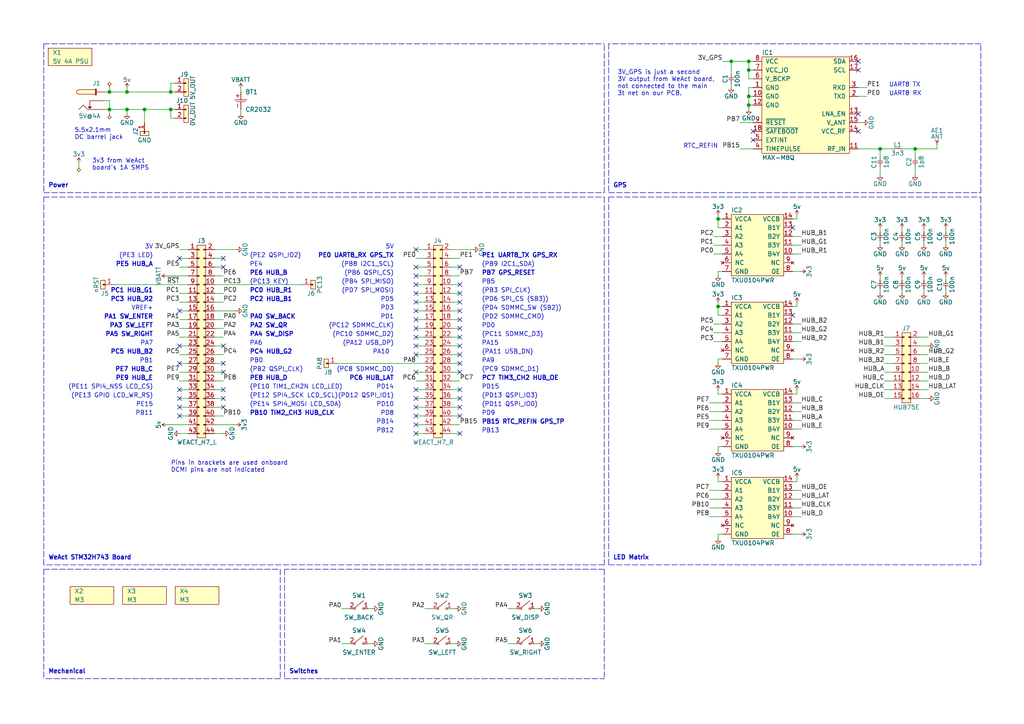
<source format=kicad_sch>
(kicad_sch (version 20230121) (generator eeschema)
  (paper "A4")
  (title_block (title "WalkClock") (date "2021-11-02") (rev "1"))
  (bus_alias "HUB75E" (members "R1" "G1" "B1" "R2" "G2" "B2" "A" "B" "C" "D" "E" "CLK" "LAT" "OE"))
  (junction (at 217.17 27.94) (diameter 0.9144))
  (junction (at 36.83 31.75) (diameter 0.9144))
  (junction (at 217.17 30.48) (diameter 0.9144))
  (junction (at 255.27 43.18) (diameter 0.9144))
  (junction (at 217.17 17.78) (diameter 0.9144))
  (junction (at 265.43 43.18) (diameter 0.9144))
  (junction (at 36.83 26.67) (diameter 0.9144))
  (junction (at 217.17 20.32) (diameter 0.9144))
  (junction (at 208.28 63.5) (diameter 0.9144))
  (junction (at 41.91 31.75) (diameter 0.9144))
  (junction (at 31.75 31.75) (diameter 0.9144))
  (junction (at 212.09 17.78))
  (junction (at 49.53 26.67) (diameter 0.9144))
  (junction (at 49.53 31.75) (diameter 0.9144))
  (junction (at 31.75 26.67) (diameter 0.9144))
  (junction (at 208.28 88.9) (diameter 0.9144))
  (no_connect (at 133.35 97.79))
  (no_connect (at 52.07 105.41))
  (no_connect (at 64.77 100.33))
  (no_connect (at 120.65 85.09))
  (no_connect (at 133.35 113.03))
  (no_connect (at 133.35 115.57))
  (no_connect (at 52.07 120.65))
  (no_connect (at 133.35 105.41))
  (no_connect (at 120.65 87.63))
  (no_connect (at 229.87 66.04))
  (no_connect (at 248.92 17.78))
  (no_connect (at 218.44 40.64))
  (no_connect (at 120.65 72.39))
  (no_connect (at 120.65 82.55))
  (no_connect (at 248.92 20.32))
  (no_connect (at 52.07 90.17))
  (no_connect (at 64.77 113.03))
  (no_connect (at 120.65 97.79))
  (no_connect (at 120.65 125.73))
  (no_connect (at 248.92 38.1))
  (no_connect (at 120.65 123.19))
  (no_connect (at 120.65 92.71))
  (no_connect (at 52.07 100.33))
  (no_connect (at 133.35 90.17))
  (no_connect (at 64.77 77.47))
  (no_connect (at 248.92 33.02))
  (no_connect (at 133.35 125.73))
  (no_connect (at 218.44 38.1))
  (no_connect (at 64.77 105.41))
  (no_connect (at 64.77 118.11))
  (no_connect (at 133.35 87.63))
  (no_connect (at 52.07 115.57))
  (no_connect (at 133.35 95.25))
  (no_connect (at 64.77 115.57))
  (no_connect (at 52.07 113.03))
  (no_connect (at 133.35 92.71))
  (no_connect (at 133.35 100.33))
  (no_connect (at 120.65 120.65))
  (no_connect (at 120.65 107.95))
  (no_connect (at 133.35 82.55))
  (no_connect (at 120.65 102.87))
  (no_connect (at 133.35 118.11))
  (no_connect (at 120.65 80.01))
  (no_connect (at 133.35 120.65))
  (no_connect (at 133.35 102.87))
  (no_connect (at 133.35 77.47))
  (no_connect (at 120.65 113.03))
  (no_connect (at 120.65 90.17))
  (no_connect (at 64.77 107.95))
  (no_connect (at 64.77 74.93))
  (no_connect (at 133.35 107.95))
  (no_connect (at 120.65 95.25))
  (no_connect (at 120.65 115.57))
  (no_connect (at 133.35 85.09))
  (no_connect (at 120.65 118.11))
  (no_connect (at 229.87 91.44))
  (no_connect (at 120.65 77.47))
  (no_connect (at 52.07 118.11))
  (no_connect (at 120.65 100.33))
  (no_connect (at 52.07 74.93))
  (wire (pts (xy 229.87 78.74) (xy 232.41 78.74)))
  (wire (pts (xy 205.74 142.24) (xy 209.55 142.24)))
  (wire (pts (xy 52.07 105.41) (xy 54.61 105.41)))
  (wire (pts (xy 120.65 110.49) (xy 123.19 110.49)))
  (wire (pts (xy 52.07 110.49) (xy 54.61 110.49)))
  (wire (pts (xy 256.54 97.79) (xy 259.08 97.79)))
  (wire (pts (xy 229.87 96.52) (xy 232.41 96.52)))
  (wire (pts (xy 214.63 35.56) (xy 218.44 35.56)))
  (wire (pts (xy 106.68 186.69) (xy 107.95 186.69)))
  (wire (pts (xy 48.26 123.19) (xy 54.61 123.19)))
  (wire (pts (xy 130.81 110.49) (xy 133.35 110.49)))
  (wire (pts (xy 248.92 43.18) (xy 255.27 43.18)))
  (wire (pts (xy 255.27 43.18) (xy 259.08 43.18)))
  (wire (pts (xy 229.87 144.78) (xy 232.41 144.78)))
  (wire (pts (xy 229.87 119.38) (xy 232.41 119.38)))
  (wire (pts (xy 62.23 85.09) (xy 64.77 85.09)))
  (polyline (pts (xy 12.7 12.7) (xy 12.7 55.88)) (stroke (width 0) (type dash)))
  (polyline (pts (xy 12.7 12.7) (xy 175.26 12.7)) (stroke (width 0) (type dash)))
  (polyline (pts (xy 12.7 55.88) (xy 175.26 55.88)) (stroke (width 0) (type dash)))
  (polyline (pts (xy 175.26 55.88) (xy 175.26 12.7)) (stroke (width 0) (type dash)))
  (wire (pts (xy 256.54 115.57) (xy 259.08 115.57)))
  (wire (pts (xy 229.87 154.94) (xy 232.41 154.94)))
  (wire (pts (xy 256.54 105.41) (xy 259.08 105.41)))
  (wire (pts (xy 123.19 176.53) (xy 125.73 176.53)))
  (wire (pts (xy 265.43 48.26) (xy 265.43 50.8)))
  (wire (pts (xy 255.27 69.85) (xy 255.27 71.12)))
  (wire (pts (xy 130.81 125.73) (xy 133.35 125.73)))
  (wire (pts (xy 52.07 74.93) (xy 54.61 74.93)))
  (wire (pts (xy 52.07 125.73) (xy 54.61 125.73)))
  (wire (pts (xy 120.65 87.63) (xy 123.19 87.63)))
  (wire (pts (xy 207.01 71.12) (xy 209.55 71.12)))
  (wire (pts (xy 217.17 25.4) (xy 218.44 25.4)))
  (wire (pts (xy 217.17 27.94) (xy 217.17 25.4)))
  (wire (pts (xy 217.17 30.48) (xy 217.17 27.94)))
  (wire (pts (xy 217.17 31.75) (xy 217.17 30.48)))
  (wire (pts (xy 248.92 27.94) (xy 251.46 27.94)))
  (wire (pts (xy 52.07 102.87) (xy 54.61 102.87)))
  (wire (pts (xy 120.65 113.03) (xy 123.19 113.03)))
  (wire (pts (xy 120.65 102.87) (xy 123.19 102.87)))
  (wire (pts (xy 231.14 62.23) (xy 231.14 63.5)))
  (wire (pts (xy 231.14 63.5) (xy 229.87 63.5)))
  (wire (pts (xy 36.83 26.67) (xy 49.53 26.67)))
  (wire (pts (xy 49.53 26.67) (xy 50.8 26.67)))
  (wire (pts (xy 267.97 66.04) (xy 267.97 67.31)))
  (wire (pts (xy 120.65 85.09) (xy 123.19 85.09)))
  (wire (pts (xy 266.7 105.41) (xy 269.24 105.41)))
  (polyline (pts (xy 176.53 12.7) (xy 176.53 55.88)) (stroke (width 0) (type dash)))
  (polyline (pts (xy 284.48 55.88) (xy 284.48 12.7)) (stroke (width 0) (type dash)))
  (polyline (pts (xy 176.53 55.88) (xy 284.48 55.88)) (stroke (width 0) (type dash)))
  (polyline (pts (xy 284.48 12.7) (xy 176.53 12.7)) (stroke (width 0) (type dash)))
  (wire (pts (xy 62.23 92.71) (xy 64.77 92.71)))
  (wire (pts (xy 255.27 66.04) (xy 255.27 67.31)))
  (wire (pts (xy 229.87 68.58) (xy 232.41 68.58)))
  (wire (pts (xy 274.32 80.01) (xy 274.32 81.28)))
  (wire (pts (xy 62.23 95.25) (xy 64.77 95.25)))
  (wire (pts (xy 154.94 176.53) (xy 156.21 176.53)))
  (wire (pts (xy 62.23 77.47) (xy 64.77 77.47)))
  (wire (pts (xy 62.23 113.03) (xy 64.77 113.03)))
  (wire (pts (xy 207.01 68.58) (xy 209.55 68.58)))
  (wire (pts (xy 62.23 118.11) (xy 64.77 118.11)))
  (wire (pts (xy 256.54 102.87) (xy 259.08 102.87)))
  (wire (pts (xy 266.7 102.87) (xy 269.24 102.87)))
  (wire (pts (xy 62.23 107.95) (xy 64.77 107.95)))
  (wire (pts (xy 62.23 110.49) (xy 64.77 110.49)))
  (wire (pts (xy 62.23 74.93) (xy 64.77 74.93)))
  (wire (pts (xy 120.65 107.95) (xy 123.19 107.95)))
  (wire (pts (xy 120.65 118.11) (xy 123.19 118.11)))
  (wire (pts (xy 255.27 80.01) (xy 255.27 81.28)))
  (wire (pts (xy 208.28 87.63) (xy 208.28 88.9)))
  (wire (pts (xy 208.28 88.9) (xy 209.55 88.9)))
  (wire (pts (xy 229.87 147.32) (xy 232.41 147.32)))
  (wire (pts (xy 130.81 92.71) (xy 133.35 92.71)))
  (wire (pts (xy 52.07 100.33) (xy 54.61 100.33)))
  (wire (pts (xy 48.26 80.01) (xy 54.61 80.01)))
  (wire (pts (xy 52.07 95.25) (xy 54.61 95.25)))
  (wire (pts (xy 41.91 31.75) (xy 41.91 35.56)))
  (wire (pts (xy 36.83 31.75) (xy 41.91 31.75)))
  (wire (pts (xy 62.23 102.87) (xy 64.77 102.87)))
  (wire (pts (xy 255.27 48.26) (xy 255.27 50.8)))
  (wire (pts (xy 130.81 107.95) (xy 133.35 107.95)))
  (wire (pts (xy 266.7 110.49) (xy 269.24 110.49)))
  (wire (pts (xy 205.74 116.84) (xy 209.55 116.84)))
  (wire (pts (xy 120.65 82.55) (xy 123.19 82.55)))
  (wire (pts (xy 248.92 25.4) (xy 251.46 25.4)))
  (wire (pts (xy 36.83 26.67) (xy 36.83 25.4)))
  (wire (pts (xy 62.23 97.79) (xy 64.77 97.79)))
  (wire (pts (xy 120.65 74.93) (xy 123.19 74.93)))
  (wire (pts (xy 229.87 142.24) (xy 232.41 142.24)))
  (polyline (pts (xy 176.53 57.15) (xy 284.48 57.15)) (stroke (width 0) (type dash)))
  (polyline (pts (xy 284.48 57.15) (xy 284.48 163.83)) (stroke (width 0) (type dash)))
  (polyline (pts (xy 176.53 163.83) (xy 176.53 57.15)) (stroke (width 0) (type dash)))
  (polyline (pts (xy 176.53 163.83) (xy 284.48 163.83)) (stroke (width 0) (type dash)))
  (wire (pts (xy 120.65 115.57) (xy 123.19 115.57)))
  (wire (pts (xy 130.81 77.47) (xy 133.35 77.47)))
  (wire (pts (xy 120.65 95.25) (xy 123.19 95.25)))
  (wire (pts (xy 212.09 17.78) (xy 217.17 17.78)))
  (wire (pts (xy 208.28 104.14) (xy 209.55 104.14)))
  (wire (pts (xy 208.28 105.41) (xy 208.28 104.14)))
  (wire (pts (xy 120.65 120.65) (xy 123.19 120.65)))
  (wire (pts (xy 261.62 80.01) (xy 261.62 81.28)))
  (wire (pts (xy 97.79 105.41) (xy 123.19 105.41)))
  (wire (pts (xy 217.17 17.78) (xy 218.44 17.78)))
  (wire (pts (xy 62.23 90.17) (xy 68.58 90.17)))
  (wire (pts (xy 214.63 43.18) (xy 218.44 43.18)))
  (wire (pts (xy 130.81 90.17) (xy 133.35 90.17)))
  (wire (pts (xy 62.23 100.33) (xy 64.77 100.33)))
  (wire (pts (xy 120.65 97.79) (xy 123.19 97.79)))
  (wire (pts (xy 106.68 176.53) (xy 107.95 176.53)))
  (wire (pts (xy 147.32 186.69) (xy 149.86 186.69)))
  (wire (pts (xy 256.54 107.95) (xy 259.08 107.95)))
  (wire (pts (xy 130.81 80.01) (xy 133.35 80.01)))
  (wire (pts (xy 33.02 82.55) (xy 54.61 82.55)))
  (wire (pts (xy 266.7 107.95) (xy 269.24 107.95)))
  (wire (pts (xy 205.74 147.32) (xy 209.55 147.32)))
  (wire (pts (xy 120.65 80.01) (xy 123.19 80.01)))
  (wire (pts (xy 123.19 186.69) (xy 125.73 186.69)))
  (wire (pts (xy 52.07 97.79) (xy 54.61 97.79)))
  (wire (pts (xy 120.65 100.33) (xy 123.19 100.33)))
  (wire (pts (xy 205.74 119.38) (xy 209.55 119.38)))
  (wire (pts (xy 147.32 176.53) (xy 149.86 176.53)))
  (wire (pts (xy 99.06 186.69) (xy 101.6 186.69)))
  (wire (pts (xy 130.81 74.93) (xy 133.35 74.93)))
  (wire (pts (xy 52.07 113.03) (xy 54.61 113.03)))
  (wire (pts (xy 130.81 82.55) (xy 133.35 82.55)))
  (wire (pts (xy 248.92 35.56) (xy 250.19 35.56)))
  (wire (pts (xy 62.23 105.41) (xy 64.77 105.41)))
  (wire (pts (xy 52.07 85.09) (xy 54.61 85.09)))
  (wire (pts (xy 30.48 26.67) (xy 31.75 26.67)))
  (wire (pts (xy 31.75 26.67) (xy 36.83 26.67)))
  (wire (pts (xy 261.62 69.85) (xy 261.62 71.12)))
  (wire (pts (xy 271.78 41.91) (xy 271.78 43.18)))
  (wire (pts (xy 130.81 118.11) (xy 133.35 118.11)))
  (wire (pts (xy 130.81 113.03) (xy 133.35 113.03)))
  (wire (pts (xy 52.07 92.71) (xy 54.61 92.71)))
  (wire (pts (xy 62.23 123.19) (xy 68.58 123.19)))
  (wire (pts (xy 130.81 120.65) (xy 133.35 120.65)))
  (wire (pts (xy 231.14 138.43) (xy 231.14 139.7)))
  (wire (pts (xy 231.14 139.7) (xy 229.87 139.7)))
  (wire (pts (xy 255.27 83.82) (xy 255.27 85.09)))
  (polyline (pts (xy 12.7 57.15) (xy 175.26 57.15)) (stroke (width 0) (type dash)))
  (polyline (pts (xy 175.26 163.83) (xy 12.7 163.83)) (stroke (width 0) (type dash)))
  (polyline (pts (xy 175.26 57.15) (xy 175.26 163.83)) (stroke (width 0) (type dash)))
  (polyline (pts (xy 12.7 163.83) (xy 12.7 57.15)) (stroke (width 0) (type dash)))
  (wire (pts (xy 52.07 107.95) (xy 54.61 107.95)))
  (wire (pts (xy 120.65 90.17) (xy 123.19 90.17)))
  (wire (pts (xy 266.7 100.33) (xy 269.24 100.33)))
  (wire (pts (xy 274.32 69.85) (xy 274.32 71.12)))
  (wire (pts (xy 130.81 97.79) (xy 133.35 97.79)))
  (wire (pts (xy 212.09 24.13) (xy 212.09 25.4)))
  (wire (pts (xy 62.23 125.73) (xy 64.77 125.73)))
  (wire (pts (xy 130.81 176.53) (xy 132.08 176.53)))
  (wire (pts (xy 62.23 87.63) (xy 64.77 87.63)))
  (wire (pts (xy 256.54 113.03) (xy 259.08 113.03)))
  (wire (pts (xy 217.17 20.32) (xy 217.17 22.86)))
  (wire (pts (xy 217.17 22.86) (xy 218.44 22.86)))
  (wire (pts (xy 217.17 17.78) (xy 217.17 20.32)))
  (wire (pts (xy 62.23 72.39) (xy 68.58 72.39)))
  (wire (pts (xy 229.87 114.3) (xy 231.14 114.3)))
  (wire (pts (xy 231.14 114.3) (xy 231.14 113.03)))
  (polyline (pts (xy 12.7 165.1) (xy 12.7 196.85)) (stroke (width 0) (type dash)))
  (polyline (pts (xy 12.7 165.1) (xy 81.28 165.1)) (stroke (width 0) (type dash)))
  (polyline (pts (xy 81.28 165.1) (xy 81.28 196.85)) (stroke (width 0) (type dash)))
  (polyline (pts (xy 81.28 196.85) (xy 12.7 196.85)) (stroke (width 0) (type dash)))
  (wire (pts (xy 52.07 87.63) (xy 54.61 87.63)))
  (wire (pts (xy 256.54 100.33) (xy 259.08 100.33)))
  (wire (pts (xy 261.62 43.18) (xy 265.43 43.18)))
  (wire (pts (xy 52.07 118.11) (xy 54.61 118.11)))
  (wire (pts (xy 130.81 186.69) (xy 132.08 186.69)))
  (wire (pts (xy 274.32 66.04) (xy 274.32 67.31)))
  (wire (pts (xy 265.43 43.18) (xy 271.78 43.18)))
  (wire (pts (xy 266.7 97.79) (xy 269.24 97.79)))
  (wire (pts (xy 52.07 72.39) (xy 54.61 72.39)))
  (wire (pts (xy 31.75 31.75) (xy 31.75 33.02)))
  (wire (pts (xy 217.17 30.48) (xy 218.44 30.48)))
  (wire (pts (xy 229.87 88.9) (xy 231.14 88.9)))
  (wire (pts (xy 231.14 88.9) (xy 231.14 87.63)))
  (wire (pts (xy 62.23 82.55) (xy 87.63 82.55)))
  (wire (pts (xy 205.74 124.46) (xy 209.55 124.46)))
  (wire (pts (xy 52.07 115.57) (xy 54.61 115.57)))
  (polyline (pts (xy 175.26 165.1) (xy 175.26 196.85)) (stroke (width 0) (type dash)))
  (polyline (pts (xy 82.55 196.85) (xy 175.26 196.85)) (stroke (width 0) (type dash)))
  (polyline (pts (xy 175.26 165.1) (xy 82.55 165.1)) (stroke (width 0) (type dash)))
  (polyline (pts (xy 82.55 165.1) (xy 82.55 196.85)) (stroke (width 0) (type dash)))
  (wire (pts (xy 209.55 17.78) (xy 212.09 17.78)))
  (wire (pts (xy 208.28 62.23) (xy 208.28 63.5)))
  (wire (pts (xy 208.28 63.5) (xy 209.55 63.5)))
  (wire (pts (xy 267.97 83.82) (xy 267.97 85.09)))
  (wire (pts (xy 229.87 99.06) (xy 232.41 99.06)))
  (wire (pts (xy 130.81 95.25) (xy 133.35 95.25)))
  (wire (pts (xy 229.87 93.98) (xy 232.41 93.98)))
  (wire (pts (xy 261.62 83.82) (xy 261.62 85.09)))
  (wire (pts (xy 120.65 77.47) (xy 123.19 77.47)))
  (wire (pts (xy 52.07 120.65) (xy 54.61 120.65)))
  (wire (pts (xy 50.8 34.29) (xy 49.53 34.29)))
  (wire (pts (xy 49.53 34.29) (xy 49.53 31.75)))
  (wire (pts (xy 205.74 144.78) (xy 209.55 144.78)))
  (wire (pts (xy 208.28 129.54) (xy 209.55 129.54)))
  (wire (pts (xy 208.28 130.81) (xy 208.28 129.54)))
  (wire (pts (xy 130.81 72.39) (xy 137.16 72.39)))
  (wire (pts (xy 120.65 92.71) (xy 123.19 92.71)))
  (wire (pts (xy 52.07 77.47) (xy 54.61 77.47)))
  (wire (pts (xy 208.28 154.94) (xy 209.55 154.94)))
  (wire (pts (xy 208.28 156.21) (xy 208.28 154.94)))
  (wire (pts (xy 31.75 31.75) (xy 36.83 31.75)))
  (wire (pts (xy 30.48 31.75) (xy 31.75 31.75)))
  (wire (pts (xy 130.81 85.09) (xy 133.35 85.09)))
  (wire (pts (xy 62.23 115.57) (xy 64.77 115.57)))
  (wire (pts (xy 120.65 125.73) (xy 123.19 125.73)))
  (wire (pts (xy 36.83 33.02) (xy 36.83 31.75)))
  (wire (pts (xy 229.87 149.86) (xy 232.41 149.86)))
  (wire (pts (xy 256.54 110.49) (xy 259.08 110.49)))
  (wire (pts (xy 120.65 72.39) (xy 123.19 72.39)))
  (wire (pts (xy 229.87 121.92) (xy 232.41 121.92)))
  (wire (pts (xy 229.87 116.84) (xy 232.41 116.84)))
  (wire (pts (xy 274.32 83.82) (xy 274.32 85.09)))
  (wire (pts (xy 229.87 129.54) (xy 232.41 129.54)))
  (wire (pts (xy 212.09 17.78) (xy 212.09 21.59)))
  (wire (pts (xy 130.81 105.41) (xy 133.35 105.41)))
  (wire (pts (xy 130.81 100.33) (xy 133.35 100.33)))
  (wire (pts (xy 208.28 91.44) (xy 208.28 88.9)))
  (wire (pts (xy 209.55 91.44) (xy 208.28 91.44)))
  (wire (pts (xy 52.07 90.17) (xy 54.61 90.17)))
  (wire (pts (xy 207.01 73.66) (xy 209.55 73.66)))
  (wire (pts (xy 130.81 102.87) (xy 133.35 102.87)))
  (wire (pts (xy 130.81 115.57) (xy 133.35 115.57)))
  (wire (pts (xy 267.97 80.01) (xy 267.97 81.28)))
  (wire (pts (xy 69.85 31.75) (xy 69.85 33.02)))
  (wire (pts (xy 207.01 99.06) (xy 209.55 99.06)))
  (wire (pts (xy 69.85 25.4) (xy 69.85 26.67)))
  (wire (pts (xy 207.01 93.98) (xy 209.55 93.98)))
  (wire (pts (xy 99.06 176.53) (xy 101.6 176.53)))
  (wire (pts (xy 265.43 43.18) (xy 265.43 45.72)))
  (wire (pts (xy 49.53 24.13) (xy 49.53 26.67)))
  (wire (pts (xy 50.8 24.13) (xy 49.53 24.13)))
  (wire (pts (xy 261.62 66.04) (xy 261.62 67.31)))
  (wire (pts (xy 120.65 123.19) (xy 123.19 123.19)))
  (wire (pts (xy 30.48 29.21) (xy 31.75 29.21)))
  (wire (pts (xy 31.75 29.21) (xy 31.75 31.75)))
  (wire (pts (xy 22.86 46.99) (xy 22.86 48.26)))
  (wire (pts (xy 255.27 43.18) (xy 255.27 45.72)))
  (wire (pts (xy 229.87 124.46) (xy 232.41 124.46)))
  (wire (pts (xy 229.87 73.66) (xy 232.41 73.66)))
  (wire (pts (xy 208.28 113.03) (xy 208.28 114.3)))
  (wire (pts (xy 208.28 114.3) (xy 209.55 114.3)))
  (wire (pts (xy 229.87 104.14) (xy 232.41 104.14)))
  (wire (pts (xy 207.01 96.52) (xy 209.55 96.52)))
  (wire (pts (xy 266.7 113.03) (xy 269.24 113.03)))
  (wire (pts (xy 208.28 138.43) (xy 208.28 139.7)))
  (wire (pts (xy 208.28 139.7) (xy 209.55 139.7)))
  (wire (pts (xy 49.53 31.75) (xy 50.8 31.75)))
  (wire (pts (xy 41.91 31.75) (xy 49.53 31.75)))
  (wire (pts (xy 266.7 115.57) (xy 269.24 115.57)))
  (wire (pts (xy 205.74 149.86) (xy 209.55 149.86)))
  (wire (pts (xy 208.28 78.74) (xy 209.55 78.74)))
  (wire (pts (xy 208.28 80.01) (xy 208.28 78.74)))
  (wire (pts (xy 217.17 27.94) (xy 218.44 27.94)))
  (wire (pts (xy 208.28 66.04) (xy 208.28 63.5)))
  (wire (pts (xy 209.55 66.04) (xy 208.28 66.04)))
  (wire (pts (xy 130.81 87.63) (xy 133.35 87.63)))
  (wire (pts (xy 130.81 123.19) (xy 133.35 123.19)))
  (wire (pts (xy 229.87 71.12) (xy 232.41 71.12)))
  (wire (pts (xy 62.23 80.01) (xy 64.77 80.01)))
  (wire (pts (xy 31.75 25.4) (xy 31.75 26.67)))
  (wire (pts (xy 62.23 120.65) (xy 64.77 120.65)))
  (wire (pts (xy 267.97 69.85) (xy 267.97 71.12)))
  (wire (pts (xy 217.17 20.32) (xy 218.44 20.32)))
  (wire (pts (xy 205.74 121.92) (xy 209.55 121.92)))
  (wire (pts (xy 154.94 186.69) (xy 156.21 186.69)))
  (text "(PE11 SPI4_NSS LCD_CS)" (at 44.45 113.03 0) (effects (font (size 1.27 1.27)) (justify right bottom)))
  (text "(PA11 USB_DN)" (at 139.7 102.87 0) (effects (font (size 1.27 1.27)) (justify left bottom)))
  (text "5V" (at 114.3 72.39 0) (effects (font (size 1.27 1.27)) (justify right bottom)))
  (text "PD14" (at 114.3 113.03 0) (effects (font (size 1.27 1.27)) (justify right bottom)))
  (text "PC1 HUB_G1" (at 44.45 85.09 0) (effects (font (size 1.27 1.27) (thickness 0.254) bold) (justify right bottom)))
  (text "5.5x2.1mm\nDC barrel jack" (at 21.59 40.64 0) (effects (font (size 1.27 1.27)) (justify left bottom)))
  (text "PD15" (at 139.7 113.03 0) (effects (font (size 1.27 1.27)) (justify left bottom)))
  (text "Mechanical" (at 13.97 195.58 0) (effects (font (size 1.27 1.27) (thickness 0.254) bold) (justify left bottom)))
  (text "PC2 HUB_B1" (at 72.39 87.63 0) (effects (font (size 1.27 1.27) (thickness 0.254) bold) (justify left bottom)))
  (text "GPS" (at 177.8 54.61 0) (effects (font (size 1.27 1.27) (thickness 0.254) bold) (justify left bottom)))
  (text "(PE13 GPIO LCD_WR_RS)" (at 44.45 115.57 0) (effects (font (size 1.27 1.27)) (justify right bottom)))
  (text "PE8 HUB_D" (at 72.39 110.49 0) (effects (font (size 1.27 1.27) (thickness 0.254) bold) (justify left bottom)))
  (text "UART8 RX" (at 257.81 27.94 0) (effects (font (size 1.27 1.27)) (justify left bottom)))
  (text "(PB2 QSPI_CLK)" (at 72.39 107.95 0) (effects (font (size 1.27 1.27)) (justify left bottom)))
  (text "PA7" (at 44.45 100.33 0) (effects (font (size 1.27 1.27)) (justify right bottom)))
  (text "(PC8 SDMMC_D0)" (at 114.3 107.95 0) (effects (font (size 1.27 1.27)) (justify right bottom)))
  (text "PA3 SW_LEFT" (at 44.45 95.25 0) (effects (font (size 1.27 1.27) (thickness 0.254) bold) (justify right bottom)))
  (text "(PC12 SDMMC_CLK)" (at 114.3 95.25 0) (effects (font (size 1.27 1.27)) (justify right bottom)))
  (text "(PE10 TIM1_CH2N LCD_LED)" (at 72.39 113.03 0) (effects (font (size 1.27 1.27)) (justify left bottom)))
  (text "Switches" (at 83.82 195.58 0) (effects (font (size 1.27 1.27) (thickness 0.254) bold) (justify left bottom)))
  (text "(PC9 SDMMC_D1)" (at 139.7 107.95 0) (effects (font (size 1.27 1.27)) (justify left bottom)))
  (text "(PC11 SDMMC_D3)" (at 139.7 97.79 0) (effects (font (size 1.27 1.27)) (justify left bottom)))
  (text "(PD12 QSPI_IO1)" (at 114.3 115.57 0) (effects (font (size 1.27 1.27)) (justify right bottom)))
  (text "PC3 HUB_R2" (at 44.45 87.63 0) (effects (font (size 1.27 1.27) (thickness 0.254) bold) (justify right bottom)))
  (text "PD9" (at 139.7 120.65 0) (effects (font (size 1.27 1.27)) (justify left bottom)))
  (text "(PD6 SPI_CS (SB3))" (at 139.7 87.63 0) (effects (font (size 1.27 1.27)) (justify left bottom)))
  (text "UART8 TX" (at 257.81 25.4 0) (effects (font (size 1.27 1.27)) (justify left bottom)))
  (text "(PD4 SDMMC_SW (SB2))" (at 139.7 90.17 0) (effects (font (size 1.27 1.27)) (justify left bottom)))
  (text "(PB6 QSPI_CS)" (at 114.3 80.01 0) (effects (font (size 1.27 1.27)) (justify right bottom)))
  (text "3v3 from WeAct\nboard's 1A SMPS" (at 26.67 49.53 0) (effects (font (size 1.27 1.27)) (justify left bottom)))
  (text "(PE12 SPI4_SCK LCD_SCL)" (at 72.39 115.57 0) (effects (font (size 1.27 1.27)) (justify left bottom)))
  (text "PE0 UART8_RX GPS_TX" (at 114.3 74.93 0) (effects (font (size 1.27 1.27) (thickness 0.254) bold) (justify right bottom)))
  (text "PD8" (at 114.3 120.65 0) (effects (font (size 1.27 1.27)) (justify right bottom)))
  (text "PA15" (at 139.7 100.33 0) (effects (font (size 1.27 1.27)) (justify left bottom)))
  (text "PB1" (at 44.45 105.41 0) (effects (font (size 1.27 1.27)) (justify right bottom)))
  (text "(PE2 QSPI_IO2)" (at 72.39 74.93 0) (effects (font (size 1.27 1.27)) (justify left bottom)))
  (text "PE1 UART8_TX GPS_RX" (at 139.7 74.93 0) (effects (font (size 1.27 1.27) (thickness 0.254) bold) (justify left bottom)))
  (text "PE5 HUB_A" (at 44.45 77.47 0) (effects (font (size 1.27 1.27) (thickness 0.254) bold) (justify right bottom)))
  (text "PE6 HUB_B" (at 72.39 80.01 0) (effects (font (size 1.27 1.27) (thickness 0.254) bold) (justify left bottom)))
  (text "PC4 HUB_G2" (at 72.39 102.87 0) (effects (font (size 1.27 1.27) (thickness 0.254) bold) (justify left bottom)))
  (text "PB14" (at 114.2965 123.1248 0) (effects (font (size 1.27 1.27)) (justify right bottom)))
  (text "PA10" (at 113.03 102.87 0) (effects (font (size 1.27 1.27)) (justify right bottom)))
  (text "(PD11 QSPI_IO0)" (at 139.7 118.11 0) (effects (font (size 1.27 1.27)) (justify left bottom)))
  (text "PA6" (at 72.39 100.33 0) (effects (font (size 1.27 1.27)) (justify left bottom)))
  (text "(PB8 I2C1_SCL)" (at 114.3 77.47 0) (effects (font (size 1.27 1.27)) (justify right bottom)))
  (text "Pins in brackets are used onboard\nDCMI pins are not indicated" (at 49.53 137.16 0) (effects (font (size 1.27 1.27)) (justify left bottom)))
  (text "PA1 SW_ENTER" (at 44.45 92.71 0) (effects (font (size 1.27 1.27) (thickness 0.254) bold) (justify right bottom)))
  (text "(PB9 I2C1_SDA)" (at 139.7 77.47 0) (effects (font (size 1.27 1.27)) (justify left bottom)))
  (text "PD10" (at 114.3 118.11 0) (effects (font (size 1.27 1.27)) (justify right bottom)))
  (text "PC5 HUB_B2" (at 44.45 102.87 0) (effects (font (size 1.27 1.27) (thickness 0.254) bold) (justify right bottom)))
  (text "3V_GPS is just a second\n3V output from WeAct board,\nnot connected to the main\n3t net on our PCB." (at 179.07 27.94 0) (effects (font (size 1.27 1.27)) (justify left bottom)))
  (text "PD3" (at 114.2965 90.1122 0) (effects (font (size 1.27 1.27)) (justify right bottom)))
  (text "PA4 SW_DISP" (at 72.39 97.79 0) (effects (font (size 1.27 1.27) (thickness 0.254) bold) (justify left bottom)))
  (text "PB0" (at 72.39 105.41 0) (effects (font (size 1.27 1.27)) (justify left bottom)))
  (text "3V" (at 44.45 72.39 0) (effects (font (size 1.27 1.27)) (justify right bottom)))
  (text "PB15 RTC_REFIN GPS_TP" (at 139.7 123.19 0) (effects (font (size 1.27 1.27) (thickness 0.254) bold) (justify left bottom)))
  (text "(PD13 QSPI_IO3)" (at 139.7 115.57 0) (effects (font (size 1.27 1.27)) (justify left bottom)))
  (text "PB11" (at 44.437 120.634 0) (effects (font (size 1.27 1.27)) (justify right bottom)))
  (text "(PB4 SPI_MISO)" (at 114.3 82.55 0) (effects (font (size 1.27 1.27)) (justify right bottom)))
  (text "PB5" (at 139.7 82.55 0) (effects (font (size 1.27 1.27)) (justify left bottom)))
  (text "PD5" (at 114.3 87.63 0) (effects (font (size 1.27 1.27)) (justify right bottom)))
  (text "PB7 GPS_RESET" (at 139.7 80.01 0) (effects (font (size 1.27 1.27) (thickness 0.254) bold) (justify left bottom)))
  (text "PA9" (at 139.7 105.41 0) (effects (font (size 1.27 1.27)) (justify left bottom)))
  (text "(PC10 SDMMC_D2)" (at 114.3 97.79 0) (effects (font (size 1.27 1.27)) (justify right bottom)))
  (text "PA5 SW_RIGHT" (at 44.45 97.79 0) (effects (font (size 1.27 1.27) (thickness 0.254) bold) (justify right bottom)))
  (text "PE7 HUB_C" (at 44.45 107.95 0) (effects (font (size 1.27 1.27) (thickness 0.254) bold) (justify right bottom)))
  (text "PC0 HUB_R1" (at 72.39 85.09 0) (effects (font (size 1.27 1.27) (thickness 0.254) bold) (justify left bottom)))
  (text "PA2 SW_QR" (at 72.39 95.25 0) (effects (font (size 1.27 1.27) (thickness 0.254) bold) (justify left bottom)))
  (text "PB12" (at 114.2965 125.7072 0) (effects (font (size 1.27 1.27)) (justify right bottom)))
  (text "PC6 HUB_LAT" (at 114.3 110.49 0) (effects (font (size 1.27 1.27) (thickness 0.254) bold) (justify right bottom)))
  (text "PE4" (at 72.39 77.47 0) (effects (font (size 1.27 1.27)) (justify left bottom)))
  (text "LED Matrix" (at 177.8 162.56 0) (effects (font (size 1.27 1.27) (thickness 0.254) bold) (justify left bottom)))
  (text "(PD2 SDMMC_CMD)" (at 139.7 92.71 0) (effects (font (size 1.27 1.27)) (justify left bottom)))
  (text "PB13" (at 139.7 125.73 0) (effects (font (size 1.27 1.27)) (justify left bottom)))
  (text "(PC13 KEY)" (at 72.39 82.55 0) (effects (font (size 1.27 1.27)) (justify left bottom)))
  (text "PE15" (at 44.45 118.11 0) (effects (font (size 1.27 1.27)) (justify right bottom)))
  (text "(PE14 SPI4_MOSI LCD_SDA)" (at 72.39 118.11 0) (effects (font (size 1.27 1.27)) (justify left bottom)))
  (text "VREF+" (at 44.45 90.17 0) (effects (font (size 1.27 1.27)) (justify right bottom)))
  (text "(PA12 USB_DP)" (at 114.3 100.33 0) (effects (font (size 1.27 1.27)) (justify right bottom)))
  (text "PD1" (at 114.2965 92.6946 0) (effects (font (size 1.27 1.27)) (justify right bottom)))
  (text "RTC_REFIN" (at 208.28 43.18 0) (effects (font (size 1.27 1.27)) (justify right bottom)))
  (text "PB10 TIM2_CH3 HUB_CLK" (at 72.39 120.65 0) (effects (font (size 1.27 1.27) (thickness 0.254) bold) (justify left bottom)))
  (text "WeAct STM32H743 Board" (at 13.97 162.56 0) (effects (font (size 1.27 1.27) (thickness 0.254) bold) (justify left bottom)))
  (text "PE9 HUB_E" (at 44.45 110.49 0) (effects (font (size 1.27 1.27) (thickness 0.254) bold) (justify right bottom)))
  (text "PD0" (at 139.7 95.25 0) (effects (font (size 1.27 1.27)) (justify left bottom)))
  (text "(PE3 LED)" (at 44.45 74.93 0) (effects (font (size 1.27 1.27)) (justify right bottom)))
  (text "(PB3 SPI_CLK)" (at 139.7 85.09 0) (effects (font (size 1.27 1.27)) (justify left bottom)))
  (text "PA0 SW_BACK" (at 72.39 92.71 0) (effects (font (size 1.27 1.27) (thickness 0.254) bold) (justify left bottom)))
  (text "(PD7 SPI_MOSI)" (at 114.3 85.09 0) (effects (font (size 1.27 1.27)) (justify right bottom)))
  (text "PC7 TIM3_CH2 HUB_OE" (at 139.7 110.49 0) (effects (font (size 1.27 1.27) (thickness 0.254) bold) (justify left bottom)))
  (text "Power" (at 13.97 54.61 0) (effects (font (size 1.27 1.27) (thickness 0.254) bold) (justify left bottom)))
  (label "HUB_B" (at 232.41 119.38 0))
  (label "HUB_R1" (at 256.54 97.79 180))
  (label "PE8" (at 64.77 110.49 0))
  (label "HUB_A" (at 256.54 107.95 180))
  (label "PE0" (at 251.46 27.94 0))
  (label "PA5" (at 52.07 97.79 180))
  (label "PC2" (at 207.01 68.58 180))
  (label "HUB_LAT" (at 269.24 113.03 0))
  (label "PA0" (at 99.06 176.53 180))
  (label "PC6" (at 120.65 110.49 180))
  (label "HUB_D" (at 269.24 110.49 0))
  (label "PC4" (at 207.01 96.52 180))
  (label "HUB_C" (at 232.41 116.84 0))
  (label "PC5" (at 207.01 93.98 180))
  (label "PC6" (at 205.74 144.78 180))
  (label "PE5" (at 205.74 121.92 180))
  (label "PA1" (at 52.07 92.71 180))
  (label "PE1" (at 133.35 74.93 0))
  (label "PC2" (at 64.77 87.63 0))
  (label "HUB_E" (at 269.24 105.41 0))
  (label "HUB_B2" (at 232.41 93.98 0))
  (label "PA2" (at 64.77 95.25 0))
  (label "~{RST}" (at 52.07 82.55 180))
  (label "HUB_OE" (at 256.54 115.57 180))
  (label "HUB_G1" (at 269.24 97.79 0))
  (label "PA4" (at 147.32 176.53 180))
  (label "PE5" (at 52.07 77.47 180))
  (label "HUB_OE" (at 232.41 142.24 0))
  (label "PE8" (at 205.74 149.86 180))
  (label "PA3" (at 52.07 95.25 180))
  (label "PC0" (at 207.01 73.66 180))
  (label "HUB_B" (at 269.24 107.95 0))
  (label "HUB_R1" (at 232.41 73.66 0))
  (label "3V_GPS" (at 52.07 72.39 180))
  (label "PB15" (at 214.63 43.18 180))
  (label "PE9" (at 52.07 110.49 180))
  (label "PE7" (at 52.07 107.95 180))
  (label "HUB_B1" (at 256.54 100.33 180))
  (label "HUB_A" (at 232.41 121.92 0))
  (label "PC7" (at 133.35 110.49 0))
  (label "PC0" (at 64.77 85.09 0))
  (label "PE1" (at 251.46 25.4 0))
  (label "PC1" (at 207.01 71.12 180))
  (label "PA2" (at 123.19 176.53 180))
  (label "HUB_B2" (at 256.54 105.41 180))
  (label "HUB_CLK" (at 232.41 147.32 0))
  (label "PC1" (at 52.07 85.09 180))
  (label "HUB_D" (at 232.41 149.86 0))
  (label "HUB_B1" (at 232.41 68.58 0))
  (label "PC13" (at 64.77 82.55 0))
  (label "HUB_R2" (at 256.54 102.87 180))
  (label "PE9" (at 205.74 124.46 180))
  (label "PE6" (at 64.77 80.01 0))
  (label "HUB_R2" (at 232.41 99.06 0))
  (label "PB7" (at 133.35 80.01 0))
  (label "PC5" (at 52.07 102.87 180))
  (label "PB10" (at 205.74 147.32 180))
  (label "PE0" (at 120.65 74.93 180))
  (label "PB10" (at 64.77 120.65 0))
  (label "PE6" (at 205.74 119.38 180))
  (label "PC7" (at 205.74 142.24 180))
  (label "HUB_C" (at 256.54 110.49 180))
  (label "PA1" (at 99.06 186.69 180))
  (label "HUB_G2" (at 232.41 96.52 0))
  (label "PB7" (at 214.63 35.56 180))
  (label "HUB_CLK" (at 256.54 113.03 180))
  (label "3V_GPS" (at 209.55 17.78 180))
  (label "PC4" (at 64.77 102.87 0))
  (label "HUB_LAT" (at 232.41 144.78 0))
  (label "PA3" (at 123.19 186.69 180))
  (label "PA8" (at 120.65 105.41 180))
  (label "PC3" (at 52.07 87.63 180))
  (label "PA0" (at 64.77 92.71 0))
  (label "HUB_G2" (at 269.24 102.87 0))
  (label "PE7" (at 205.74 116.84 180))
  (label "HUB_E" (at 232.41 124.46 0))
  (label "PB15" (at 133.35 123.19 0))
  (label "PA4" (at 64.77 97.79 0))
  (label "PA5" (at 147.32 186.69 180))
  (label "PC3" (at 207.01 99.06 180))
  (label "HUB_G1" (at 232.41 71.12 0))
  (symbol (lib_id "agg:GND") (at 274.32 71.12 0) (unit 1)
    (property "Reference" "#PWR019" (effects hide))
    (property "Value" "GND" (at 274.32 73.66 0))
  )
  (symbol (lib_id "agg:5v") (at 36.83 25.4 0) (unit 1)
    (property "Reference" "#PWR03" (effects hide))
    (property "Value" "5v" (at 36.83 23.114 0))
  )
  (symbol (lib_id "agg:GND") (at 156.21 176.53 90) (unit 1)
    (property "Reference" "#PWR056" (effects hide))
    (property "Value" "GND" (at 158.75 176.53 0))
  )
  (symbol (lib_id "agg:5v") (at 231.14 87.63 0) (unit 1)
    (property "Reference" "#PWR036" (effects hide))
    (property "Value" "5v" (at 231.14 85.344 0))
  )
  (symbol (lib_id "agg:C") (at 274.32 83.82 90) (unit 1)
    (property "Reference" "C10" (at 272.542 82.55 0))
    (property "Value" "100n" (at 276.098 82.55 0))
    (property "Footprint" "ael:0402" (effects hide))
    (property "Mouser" "963-TMK105BJ104KV8F" (effects hide))
  )
  (symbol (lib_id "agg:PART") (at 20.32 173.99 0) (unit 1)
    (property "Reference" "X2" (at 21.59 171.45 0) (effects (justify left)))
    (property "Value" "M3" (at 21.59 173.99 0) (effects (justify left)))
    (property "Footprint" "agg:M3_HOLE" (effects hide))
  )
  (symbol (lib_id "agg:CONN_01x02") (at 53.34 24.13 0) (mirror y) (unit 1)
    (property "Reference" "J9" (at 54.61 21.59 0) (effects (justify left)))
    (property "Value" "5V_OUT" (at 55.88 25.4 90))
    (property "Footprint" "agg:SIL-254P-02" (effects hide))
  )
  (symbol (lib_id "agg:SWITCH_SPST") (at 128.27 186.69 0) (unit 1)
    (property "Reference" "SW5" (at 128.27 182.88 0))
    (property "Value" "SW_LEFT" (at 128.27 189.23 0))
    (property "Footprint" "agg:SW_MOM_6X6" (effects hide))
    (property "Mouser" "179-TS046670BK260SMT" (effects hide))
  )
  (symbol (lib_id "agg:L") (at 259.08 43.18 0) (unit 1)
    (property "Reference" "L1" (at 260.35 41.91 0))
    (property "Value" "3n3" (at 260.35 44.45 0))
    (property "Footprint" "agg:0402" (effects hide))
    (property "RS" "792-6441" (effects hide))
    (property "Mouser" "81-LQW15AN3N3D10D" (effects hide))
  )
  (symbol (lib_id "agg:GND") (at 132.08 176.53 90) (unit 1)
    (property "Reference" "#PWR055" (effects hide))
    (property "Value" "GND" (at 134.62 176.53 0))
  )
  (symbol (lib_id "agg:5v") (at 231.14 138.43 0) (unit 1)
    (property "Reference" "#PWR051" (effects hide))
    (property "Value" "5v" (at 231.14 136.144 0))
  )
  (symbol (lib_id "agg:PART") (at 13.97 17.78 0) (unit 1) (on_board no)
    (property "Reference" "X1" (at 15.24 15.24 0) (effects (justify left)))
    (property "Value" "5V 4A PSU" (at 15.24 17.78 0) (effects (justify left)))
    (property "Mouser" "418-TRE25050U11G02VI" (effects hide))
  )
  (symbol (lib_id "agg:CELL") (at 69.85 29.21 0) (unit 1)
    (property "Reference" "BT1" (at 71.12 26.67 0) (effects (justify left)))
    (property "Value" "CR2032" (at 71.12 31.75 0) (effects (justify left)))
    (property "Footprint" "agg:KEYSTONE_103" (effects hide))
  )
  (symbol (lib_id "agg:GND") (at 267.97 85.09 0) (unit 1)
    (property "Reference" "#PWR033" (effects hide))
    (property "Value" "GND" (at 267.97 87.63 0))
  )
  (symbol (lib_id "agg:PWR") (at 31.75 25.4 0) (unit 1)
    (property "Reference" "#FLG01" (effects hide))
    (property "Value" "PWR" (effects hide))
  )
  (symbol (lib_id "agg:3v3") (at 267.97 66.04 0) (unit 1)
    (property "Reference" "#PWR014" (effects hide))
    (property "Value" "3v3" (at 267.97 63.754 0))
  )
  (symbol (lib_id "agg:SWITCH_SPST") (at 152.4 176.53 0) (unit 1)
    (property "Reference" "SW3" (at 152.4 172.72 0))
    (property "Value" "SW_DISP" (at 152.4 179.07 0))
    (property "Footprint" "agg:SW_MOM_6X6" (effects hide))
    (property "Mouser" "179-TS046670BK260SMT" (effects hide))
  )
  (symbol (lib_id "agg:5v") (at 231.14 113.03 0) (unit 1)
    (property "Reference" "#PWR042" (effects hide))
    (property "Value" "5v" (at 231.14 110.744 0))
  )
  (symbol (lib_id "agg:3v3") (at 208.28 62.23 0) (unit 1)
    (property "Reference" "#PWR010" (effects hide))
    (property "Value" "3v3" (at 208.28 59.944 0))
  )
  (symbol (lib_id "agg:3v3") (at 68.58 123.19 270) (unit 1)
    (property "Reference" "#PWR045" (effects hide))
    (property "Value" "3v3" (at 70.866 123.19 0))
  )
  (symbol (lib_id "agg:BarrelJack") (at 30.48 26.67 0) (mirror y) (unit 1)
    (property "Reference" "J1" (at 29.21 24.13 0) (effects (justify left)))
    (property "Value" "5V@4A" (at 29.21 33.655 0) (effects (justify left)))
    (property "Footprint" "agg:BARRELJACK" (effects hide))
  )
  (symbol (lib_id "agg:3v3") (at 208.28 87.63 0) (unit 1)
    (property "Reference" "#PWR035" (effects hide))
    (property "Value" "3v3" (at 208.28 85.344 0))
  )
  (symbol (lib_id "agg:GND") (at 261.62 71.12 0) (unit 1)
    (property "Reference" "#PWR017" (effects hide))
    (property "Value" "GND" (at 261.62 73.66 0))
  )
  (symbol (lib_id "agg:GND") (at 269.24 100.33 90) (unit 1)
    (property "Reference" "#PWR038" (effects hide))
    (property "Value" "GND" (at 271.78 100.33 0))
  )
  (symbol (lib_id "agg:GND") (at 107.95 176.53 90) (unit 1)
    (property "Reference" "#PWR054" (effects hide))
    (property "Value" "GND" (at 110.49 176.53 0))
  )
  (symbol (lib_id "agg:C") (at 267.97 69.85 90) (unit 1)
    (property "Reference" "C5" (at 266.192 68.58 0))
    (property "Value" "100n" (at 269.748 68.58 0))
    (property "Footprint" "ael:0402" (effects hide))
    (property "Mouser" "963-TMK105BJ104KV8F" (effects hide))
  )
  (symbol (lib_id "agg:GND") (at 265.43 50.8 0) (unit 1)
    (property "Reference" "#PWR08" (effects hide))
    (property "Value" "GND" (at 265.43 53.34 0))
  )
  (symbol (lib_id "agg:CONN_02x08") (at 264.16 97.79 0) (unit 1)
    (property "Reference" "J7" (at 261.62 95.25 0) (effects (justify left)))
    (property "Value" "HUB75E" (at 262.89 118.11 0))
    (property "Footprint" "agg:DIL-254P-16" (effects hide))
    (property "Mouser" "200-SSW10801FD" (effects hide))
  )
  (symbol (lib_id "agg:C") (at 255.27 48.26 90) (unit 1)
    (property "Reference" "C11" (at 253.492 46.99 0))
    (property "Value" "1p8" (at 257.048 46.99 0))
    (property "Footprint" "agg:0402" (effects hide))
    (property "Mouser" "80-CBR04C189A5GAC" (effects hide))
  )
  (symbol (lib_id "agg:VBATT") (at 48.26 80.01 90) (unit 1)
    (property "Reference" "#PWR025" (effects hide))
    (property "Value" "VBATT" (at 45.974 80.01 0))
  )
  (symbol (lib_id "agg:CONN_01x01") (at 41.91 38.1 90) (unit 1)
    (property "Reference" "J2" (at 39.37 39.37 0) (effects (justify left)))
    (property "Value" "GND" (at 41.91 40.64 90))
    (property "Footprint" "agg:SIL-254P-01" (effects hide))
  )
  (symbol (lib_id "agg:5v") (at 255.27 80.01 0) (unit 1)
    (property "Reference" "#PWR027" (effects hide))
    (property "Value" "5v" (at 255.27 77.724 0))
  )
  (symbol (lib_id "agg:C") (at 255.27 83.82 90) (unit 1)
    (property "Reference" "C7" (at 253.492 82.55 0))
    (property "Value" "100n" (at 257.048 82.55 0))
    (property "Footprint" "ael:0402" (effects hide))
    (property "Mouser" "963-TMK105BJ104KV8F" (effects hide))
  )
  (symbol (lib_id "agg:TXU0104PWR") (at 219.71 96.52 0) (unit 1)
    (property "Reference" "IC3" (at 212.09 86.36 0) (effects (justify left)))
    (property "Value" "TXU0104PWR" (at 212.09 106.68 0) (effects (justify left)))
    (property "Footprint" "agg:TSSOP-14" (effects hide))
    (property "Datasheet" "https://www.ti.com/lit/ds/symlink/txu0104.pdf" (effects hide))
    (property "Mouser" "595-TXU0104PWR" (effects hide))
  )
  (symbol (lib_id "agg:PWR") (at 31.75 33.02 180) (unit 1)
    (property "Reference" "#FLG02" (effects hide))
    (property "Value" "PWR" (effects hide))
  )
  (symbol (lib_id "agg:3v3") (at 255.27 66.04 0) (unit 1)
    (property "Reference" "#PWR012" (effects hide))
    (property "Value" "3v3" (at 255.27 63.754 0))
  )
  (symbol (lib_id "agg:C") (at 255.27 69.85 90) (unit 1)
    (property "Reference" "C3" (at 253.492 68.58 0))
    (property "Value" "100n" (at 257.048 68.58 0))
    (property "Footprint" "ael:0402" (effects hide))
    (property "Mouser" "963-TMK105BJ104KV8F" (effects hide))
  )
  (symbol (lib_id "agg:GND") (at 274.32 85.09 0) (unit 1)
    (property "Reference" "#PWR034" (effects hide))
    (property "Value" "GND" (at 274.32 87.63 0))
  )
  (symbol (lib_id "agg:3v3") (at 261.62 66.04 0) (unit 1)
    (property "Reference" "#PWR013" (effects hide))
    (property "Value" "3v3" (at 261.62 63.754 0))
  )
  (symbol (lib_id "agg:CONN_01x01") (at 90.17 82.55 180) (unit 1)
    (property "Reference" "J6" (at 91.44 85.09 0) (effects (justify left)))
    (property "Value" "PC13" (at 92.71 82.55 90))
    (property "Footprint" "agg:SIL-254P-01" (effects hide))
  )
  (symbol (lib_id "agg:TXU0104PWR") (at 219.71 71.12 0) (unit 1)
    (property "Reference" "IC2" (at 212.09 60.96 0) (effects (justify left)))
    (property "Value" "TXU0104PWR" (at 212.09 81.28 0) (effects (justify left)))
    (property "Footprint" "agg:TSSOP-14" (effects hide))
    (property "Datasheet" "https://www.ti.com/lit/ds/symlink/txu0104.pdf" (effects hide))
    (property "Mouser" "595-TXU0104PWR" (effects hide))
  )
  (symbol (lib_id "agg:GND") (at 64.77 125.73 90) (unit 1)
    (property "Reference" "#PWR047" (effects hide))
    (property "Value" "GND" (at 67.31 125.73 0))
  )
  (symbol (lib_id "agg:MAX-M8Q") (at 233.68 30.48 0) (unit 1)
    (property "Reference" "IC1" (at 220.98 15.24 0) (effects (justify left)))
    (property "Value" "MAX-M8Q" (at 220.98 45.72 0) (effects (justify left)))
    (property "Footprint" "agg:MAX-M8Q" (effects hide))
    (property "Datasheet" "https://www.u-blox.com/sites/default/files/MAX-M8-FW3_DataSheet_%28UBX-15031506%29.pdf" (effects hide))
  )
  (symbol (lib_id "agg:SWITCH_SPST") (at 104.14 186.69 0) (unit 1)
    (property "Reference" "SW4" (at 104.14 182.88 0))
    (property "Value" "SW_ENTER" (at 104.14 189.23 0))
    (property "Footprint" "agg:SW_MOM_6X6" (effects hide))
    (property "Mouser" "179-TS046670BK260SMT" (effects hide))
  )
  (symbol (lib_id "agg:PART") (at 50.8 173.99 0) (unit 1)
    (property "Reference" "X4" (at 52.07 171.45 0) (effects (justify left)))
    (property "Value" "M3" (at 52.07 173.99 0) (effects (justify left)))
    (property "Footprint" "agg:M3_HOLE" (effects hide))
  )
  (symbol (lib_id "agg:GND") (at 267.97 71.12 0) (unit 1)
    (property "Reference" "#PWR018" (effects hide))
    (property "Value" "GND" (at 267.97 73.66 0))
  )
  (symbol (lib_id "agg:GND") (at 255.27 50.8 0) (unit 1)
    (property "Reference" "#PWR061" (effects hide))
    (property "Value" "GND" (at 255.27 53.34 0))
  )
  (symbol (lib_id "agg:5v") (at 274.32 80.01 0) (unit 1)
    (property "Reference" "#PWR030" (effects hide))
    (property "Value" "5v" (at 274.32 77.724 0))
  )
  (symbol (lib_id "agg:3v3") (at 208.28 113.03 0) (unit 1)
    (property "Reference" "#PWR041" (effects hide))
    (property "Value" "3v3" (at 208.28 110.744 0))
  )
  (symbol (lib_id "agg:TXU0104PWR") (at 219.71 121.92 0) (unit 1)
    (property "Reference" "IC4" (at 212.09 111.76 0) (effects (justify left)))
    (property "Value" "TXU0104PWR" (at 212.09 132.08 0) (effects (justify left)))
    (property "Footprint" "agg:TSSOP-14" (effects hide))
    (property "Datasheet" "https://www.ti.com/lit/ds/symlink/txu0104.pdf" (effects hide))
    (property "Mouser" "595-TXU0104PWR" (effects hide))
  )
  (symbol (lib_id "agg:GND") (at 208.28 130.81 0) (unit 1)
    (property "Reference" "#PWR049" (effects hide))
    (property "Value" "GND" (at 208.28 133.35 0))
  )
  (symbol (lib_id "agg:3v3") (at 22.86 46.99 0) (unit 1)
    (property "Reference" "#PWR0101" (effects hide))
    (property "Value" "3v3" (at 22.86 44.704 0))
  )
  (symbol (lib_id "agg:CONN_01x02") (at 53.34 31.75 0) (mirror y) (unit 1)
    (property "Reference" "J10" (at 54.61 29.21 0) (effects (justify left)))
    (property "Value" "0V_OUT" (at 55.88 33.02 90))
    (property "Footprint" "agg:SIL-254P-02" (effects hide))
  )
  (symbol (lib_id "agg:PART") (at 35.56 173.99 0) (unit 1)
    (property "Reference" "X3" (at 36.83 171.45 0) (effects (justify left)))
    (property "Value" "M3" (at 36.83 173.99 0) (effects (justify left)))
    (property "Footprint" "agg:M3_HOLE" (effects hide))
  )
  (symbol (lib_id "agg:GND") (at 137.16 72.39 90) (unit 1)
    (property "Reference" "#PWR023" (effects hide))
    (property "Value" "GND" (at 139.7 72.39 0))
  )
  (symbol (lib_id "agg:GND") (at 208.28 105.41 0) (unit 1)
    (property "Reference" "#PWR040" (effects hide))
    (property "Value" "GND" (at 208.28 107.95 0))
  )
  (symbol (lib_id "agg:GND") (at 255.27 71.12 0) (unit 1)
    (property "Reference" "#PWR016" (effects hide))
    (property "Value" "GND" (at 255.27 73.66 0))
  )
  (symbol (lib_id "agg:GND") (at 212.09 25.4 0) (unit 1)
    (property "Reference" "#PWR04" (effects hide))
    (property "Value" "GND" (at 212.09 27.94 0))
  )
  (symbol (lib_id "agg:GND") (at 132.08 186.69 90) (unit 1)
    (property "Reference" "#PWR058" (effects hide))
    (property "Value" "GND" (at 134.62 186.69 0))
  )
  (symbol (lib_id "agg:GND") (at 255.27 85.09 0) (unit 1)
    (property "Reference" "#PWR031" (effects hide))
    (property "Value" "GND" (at 255.27 87.63 0))
  )
  (symbol (lib_id "agg:GND") (at 52.07 125.73 270) (unit 1)
    (property "Reference" "#PWR046" (effects hide))
    (property "Value" "GND" (at 49.53 125.73 0))
  )
  (symbol (lib_id "agg:3v3") (at 232.41 129.54 270) (unit 1)
    (property "Reference" "#PWR048" (effects hide))
    (property "Value" "3v3" (at 234.696 129.54 0))
  )
  (symbol (lib_id "agg:GND") (at 69.85 33.02 0) (unit 1)
    (property "Reference" "#PWR060" (effects hide))
    (property "Value" "GND" (at 69.85 35.56 0))
  )
  (symbol (lib_id "agg:3v3") (at 208.28 138.43 0) (unit 1)
    (property "Reference" "#PWR050" (effects hide))
    (property "Value" "3v3" (at 208.28 136.144 0))
  )
  (symbol (lib_id "agg:GND") (at 68.58 72.39 90) (unit 1)
    (property "Reference" "#PWR021" (effects hide))
    (property "Value" "GND" (at 71.12 72.39 0))
  )
  (symbol (lib_id "agg:VBATT") (at 69.85 25.4 0) (unit 1)
    (property "Reference" "#PWR09" (effects hide))
    (property "Value" "VBATT" (at 69.85 23.114 0))
  )
  (symbol (lib_id "agg:GND") (at 156.21 186.69 90) (unit 1)
    (property "Reference" "#PWR059" (effects hide))
    (property "Value" "GND" (at 158.75 186.69 0))
  )
  (symbol (lib_id "agg:GND") (at 261.62 85.09 0) (unit 1)
    (property "Reference" "#PWR032" (effects hide))
    (property "Value" "GND" (at 261.62 87.63 0))
  )
  (symbol (lib_id "agg:5v") (at 231.14 62.23 0) (unit 1)
    (property "Reference" "#PWR011" (effects hide))
    (property "Value" "5v" (at 231.14 59.944 0))
  )
  (symbol (lib_id "agg:SWITCH_SPST") (at 152.4 186.69 0) (unit 1)
    (property "Reference" "SW6" (at 152.4 182.88 0))
    (property "Value" "SW_RIGHT" (at 152.4 189.23 0))
    (property "Footprint" "agg:SW_MOM_6X6" (effects hide))
    (property "Mouser" "179-TS046670BK260SMT" (effects hide))
  )
  (symbol (lib_id "agg:SWITCH_SPST") (at 104.14 176.53 0) (unit 1)
    (property "Reference" "SW1" (at 104.14 172.72 0))
    (property "Value" "SW_BACK" (at 104.14 179.07 0))
    (property "Footprint" "agg:SW_MOM_6X6" (effects hide))
    (property "Mouser" "179-TS046670BK260SMT" (effects hide))
  )
  (symbol (lib_id "agg:C") (at 267.97 83.82 90) (unit 1)
    (property "Reference" "C9" (at 266.192 82.55 0))
    (property "Value" "100n" (at 269.748 82.55 0))
    (property "Footprint" "ael:0402" (effects hide))
    (property "Mouser" "963-TMK105BJ104KV8F" (effects hide))
  )
  (symbol (lib_id "agg:PWR") (at 22.86 48.26 180) (unit 1)
    (property "Reference" "#FLG0101" (effects hide))
    (property "Value" "PWR" (effects hide))
  )
  (symbol (lib_id "agg:C") (at 265.43 48.26 90) (unit 1)
    (property "Reference" "C2" (at 263.652 46.99 0))
    (property "Value" "1p8" (at 267.208 46.99 0))
    (property "Footprint" "agg:0402" (effects hide))
    (property "Mouser" "80-CBR04C189A5GAC" (effects hide))
  )
  (symbol (lib_id "agg:3v3") (at 232.41 104.14 270) (unit 1)
    (property "Reference" "#PWR039" (effects hide))
    (property "Value" "3v3" (at 234.696 104.14 0))
  )
  (symbol (lib_id "agg:TXU0104PWR") (at 219.71 147.32 0) (unit 1)
    (property "Reference" "IC5" (at 212.09 137.16 0) (effects (justify left)))
    (property "Value" "TXU0104PWR" (at 212.09 157.48 0) (effects (justify left)))
    (property "Footprint" "agg:TSSOP-14" (effects hide))
    (property "Datasheet" "https://www.ti.com/lit/ds/symlink/txu0104.pdf" (effects hide))
    (property "Mouser" "595-TXU0104PWR" (effects hide))
  )
  (symbol (lib_id "agg:3v3") (at 232.41 154.94 270) (unit 1)
    (property "Reference" "#PWR052" (effects hide))
    (property "Value" "3v3" (at 234.696 154.94 0))
  )
  (symbol (lib_id "agg:CONN_02x22") (at 59.69 72.39 0) (unit 1)
    (property "Reference" "J3" (at 57.15 69.85 0) (effects (justify left)))
    (property "Value" "WEACT_H7_L" (at 57.15 128.27 0))
    (property "Footprint" "agg:DIL-254P-44" (effects hide))
    (property "Mouser" "200-SSW12201FD" (effects hide))
  )
  (symbol (lib_id "agg:CONN_01x01") (at 95.25 105.41 0) (mirror x) (unit 1)
    (property "Reference" "J8" (at 93.98 107.95 0) (effects (justify left)))
    (property "Value" "PA8" (at 92.71 105.41 90))
    (property "Footprint" "agg:SIL-254P-01" (effects hide))
  )
  (symbol (lib_id "agg:3v3") (at 232.41 78.74 270) (unit 1)
    (property "Reference" "#PWR024" (effects hide))
    (property "Value" "3v3" (at 234.696 78.74 0))
  )
  (symbol (lib_id "agg:CONN_01x01") (at 30.48 82.55 0) (mirror x) (unit 1)
    (property "Reference" "J5" (at 29.21 85.09 0) (effects (justify left)))
    (property "Value" "nRST" (at 27.94 82.55 90))
    (property "Footprint" "agg:SIL-254P-01" (effects hide))
  )
  (symbol (lib_id "agg:C") (at 261.62 69.85 90) (unit 1)
    (property "Reference" "C4" (at 259.842 68.58 0))
    (property "Value" "100n" (at 263.398 68.58 0))
    (property "Footprint" "ael:0402" (effects hide))
    (property "Mouser" "963-TMK105BJ104KV8F" (effects hide))
  )
  (symbol (lib_id "agg:GND") (at 217.17 31.75 0) (unit 1)
    (property "Reference" "#PWR05" (effects hide))
    (property "Value" "GND" (at 217.17 34.29 0))
  )
  (symbol (lib_id "agg:C") (at 212.09 24.13 90) (unit 1)
    (property "Reference" "C1" (at 210.312 22.86 0))
    (property "Value" "100n" (at 213.868 22.86 0))
    (property "Footprint" "ael:0402" (effects hide))
    (property "Mouser" "963-TMK105BJ104KV8F" (effects hide))
  )
  (symbol (lib_id "agg:GND") (at 68.58 90.17 90) (unit 1)
    (property "Reference" "#PWR037" (effects hide))
    (property "Value" "GND" (at 71.12 90.17 0))
  )
  (symbol (lib_id "agg:GND") (at 36.83 33.02 0) (unit 1)
    (property "Reference" "#PWR06" (effects hide))
    (property "Value" "GND" (at 36.83 35.56 0))
  )
  (symbol (lib_id "agg:5v") (at 261.62 80.01 0) (unit 1)
    (property "Reference" "#PWR028" (effects hide))
    (property "Value" "5v" (at 261.62 77.724 0))
  )
  (symbol (lib_id "agg:GND") (at 269.24 115.57 90) (unit 1)
    (property "Reference" "#PWR043" (effects hide))
    (property "Value" "GND" (at 271.78 115.57 0))
  )
  (symbol (lib_id "agg:C") (at 274.32 69.85 90) (unit 1)
    (property "Reference" "C6" (at 272.542 68.58 0))
    (property "Value" "100n" (at 276.098 68.58 0))
    (property "Footprint" "ael:0402" (effects hide))
    (property "Mouser" "963-TMK105BJ104KV8F" (effects hide))
  )
  (symbol (lib_id "agg:5v") (at 267.97 80.01 0) (unit 1)
    (property "Reference" "#PWR029" (effects hide))
    (property "Value" "5v" (at 267.97 77.724 0))
  )
  (symbol (lib_id "agg:5v") (at 48.26 123.19 90) (unit 1)
    (property "Reference" "#PWR044" (effects hide))
    (property "Value" "5v" (at 45.974 123.19 0))
  )
  (symbol (lib_id "agg:ANT") (at 271.78 41.91 0) (unit 1)
    (property "Reference" "AE1" (at 271.78 37.846 0))
    (property "Value" "ANT" (at 271.78 39.624 0))
    (property "Footprint" "agg:NN01-103" (effects hide))
    (property "Mouser" "128-NN01-103" (effects hide))
  )
  (symbol (lib_id "agg:GND") (at 208.28 156.21 0) (unit 1)
    (property "Reference" "#PWR053" (effects hide))
    (property "Value" "GND" (at 208.28 158.75 0))
  )
  (symbol (lib_id "agg:C") (at 261.62 83.82 90) (unit 1)
    (property "Reference" "C8" (at 259.842 82.55 0))
    (property "Value" "100n" (at 263.398 82.55 0))
    (property "Footprint" "ael:0402" (effects hide))
    (property "Mouser" "963-TMK105BJ104KV8F" (effects hide))
  )
  (symbol (lib_id "agg:SWITCH_SPST") (at 128.27 176.53 0) (unit 1)
    (property "Reference" "SW2" (at 128.27 172.72 0))
    (property "Value" "SW_QR" (at 128.27 179.07 0))
    (property "Footprint" "agg:SW_MOM_6X6" (effects hide))
    (property "Mouser" "179-TS046670BK260SMT" (effects hide))
  )
  (symbol (lib_id "agg:GND") (at 208.28 80.01 0) (unit 1)
    (property "Reference" "#PWR026" (effects hide))
    (property "Value" "GND" (at 208.28 82.55 0))
  )
  (symbol (lib_id "agg:GND") (at 107.95 186.69 90) (unit 1)
    (property "Reference" "#PWR057" (effects hide))
    (property "Value" "GND" (at 110.49 186.69 0))
  )
  (symbol (lib_id "agg:GND") (at 250.19 35.56 90) (unit 1)
    (property "Reference" "#PWR07" (effects hide))
    (property "Value" "GND" (at 252.73 35.56 0))
  )
  (symbol (lib_id "agg:CONN_02x22") (at 128.27 72.39 0) (unit 1)
    (property "Reference" "J4" (at 125.73 69.85 0) (effects (justify left)))
    (property "Value" "WEACT_H7_R" (at 125.73 128.27 0))
    (property "Footprint" "agg:DIL-254P-44" (effects hide))
    (property "Mouser" "200-SSW12201FD" (effects hide))
  )
  (symbol (lib_id "agg:3v3") (at 274.32 66.04 0) (unit 1)
    (property "Reference" "#PWR015" (effects hide))
    (property "Value" "3v3" (at 274.32 63.754 0))
  )
)
</source>
